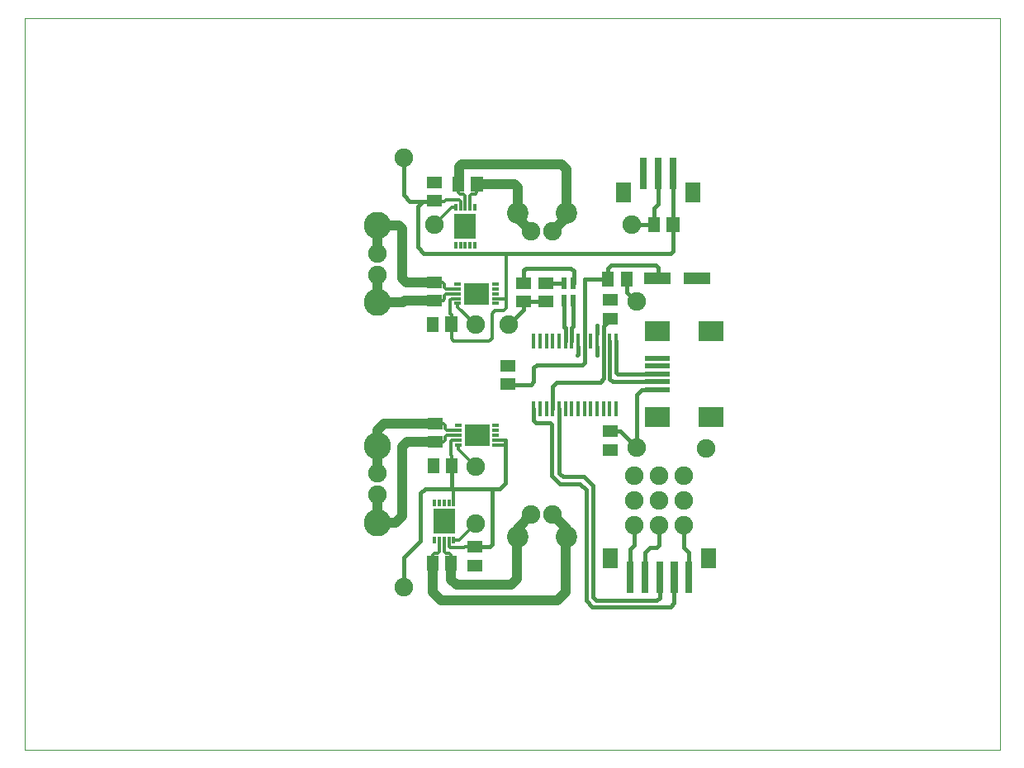
<source format=gbr>
%FSLAX34Y34*%
%MOMM*%
%LNCOPPER_TOP*%
G71*
G01*
%ADD10C, 0.002*%
%ADD11R, 0.420X1.650*%
%ADD12R, 1.600X1.300*%
%ADD13R, 1.300X1.600*%
%ADD14R, 2.800X1.300*%
%ADD15C, 2.800*%
%ADD16R, 2.300X2.600*%
%ADD17R, 0.300X0.790*%
%ADD18C, 0.300*%
%ADD19R, 1.500X2.000*%
%ADD20R, 0.800X3.200*%
%ADD21C, 2.200*%
%ADD22R, 2.600X2.300*%
%ADD23R, 0.790X0.300*%
%ADD24C, 1.900*%
%ADD25C, 0.400*%
%ADD26R, 2.500X0.500*%
%ADD27C, 1.000*%
%ADD28R, 0.600X1.200*%
%ADD29R, 2.500X2.000*%
%LPD*%
G54D10*
X0Y750000D02*
X1000000Y750000D01*
X1000000Y0D01*
X0Y0D01*
X0Y750000D01*
X522164Y349190D02*
G54D11*
D03*
X528663Y349190D02*
G54D11*
D03*
X535164Y349190D02*
G54D11*
D03*
X541663Y349190D02*
G54D11*
D03*
X548163Y349190D02*
G54D11*
D03*
X554663Y349190D02*
G54D11*
D03*
X561163Y349190D02*
G54D11*
D03*
X567664Y349190D02*
G54D11*
D03*
X574163Y349190D02*
G54D11*
D03*
X580663Y349190D02*
G54D11*
D03*
X587163Y349190D02*
G54D11*
D03*
X593663Y349190D02*
G54D11*
D03*
X600164Y349190D02*
G54D11*
D03*
X606664Y349190D02*
G54D11*
D03*
X522163Y419190D02*
G54D11*
D03*
X528663Y419190D02*
G54D11*
D03*
X535163Y419190D02*
G54D11*
D03*
X541663Y419190D02*
G54D11*
D03*
X548163Y419190D02*
G54D11*
D03*
X554663Y419190D02*
G54D11*
D03*
X561163Y419190D02*
G54D11*
D03*
X567663Y419190D02*
G54D11*
D03*
X574163Y419190D02*
G54D11*
D03*
X580663Y419190D02*
G54D11*
D03*
X587163Y419190D02*
G54D11*
D03*
X593663Y419190D02*
G54D11*
D03*
X600163Y419190D02*
G54D11*
D03*
X606663Y419190D02*
G54D11*
D03*
X534753Y478415D02*
G54D12*
D03*
X534752Y459415D02*
G54D12*
D03*
X617387Y482867D02*
G54D13*
D03*
X598387Y482867D02*
G54D13*
D03*
X648740Y482992D02*
G54D14*
D03*
X689240Y482992D02*
G54D14*
D03*
X600985Y441945D02*
G54D12*
D03*
X600985Y460945D02*
G54D12*
D03*
X362200Y458800D02*
G54D15*
D03*
X362200Y537800D02*
G54D15*
D03*
X362200Y232300D02*
G54D15*
D03*
X362200Y311300D02*
G54D15*
D03*
X452043Y536577D02*
G54D16*
D03*
X452043Y555776D02*
G54D17*
D03*
X452043Y517377D02*
G54D17*
D03*
X447043Y517377D02*
G54D17*
D03*
X442043Y517377D02*
G54D17*
D03*
X457043Y517377D02*
G54D17*
D03*
X462043Y517376D02*
G54D17*
D03*
X447043Y555776D02*
G54D17*
D03*
X442043Y555776D02*
G54D17*
D03*
X457043Y555776D02*
G54D17*
D03*
X462043Y555776D02*
G54D17*
D03*
X444858Y579832D02*
G54D13*
D03*
G36*
X457358Y587831D02*
X470358Y587832D01*
X470358Y571832D01*
X457358Y571831D01*
X457358Y587831D01*
G37*
G54D18*
X457043Y558976D02*
X457043Y567776D01*
X458743Y569476D01*
X462243Y569476D01*
X463843Y571076D01*
X463843Y583016D01*
X463858Y583032D01*
G54D18*
X452058Y558876D02*
X452058Y567676D01*
X450358Y569376D01*
X446858Y569376D01*
X445258Y570976D01*
X445258Y582916D01*
X445243Y582932D01*
X420457Y581631D02*
G54D12*
D03*
X420457Y562631D02*
G54D12*
D03*
G54D18*
X447043Y555876D02*
X447043Y562191D01*
X445710Y563524D01*
X431810Y563524D01*
X430710Y562424D01*
X420764Y562424D01*
X420458Y562731D01*
X614110Y571140D02*
G54D19*
D03*
X634610Y591140D02*
G54D20*
D03*
X649610Y591139D02*
G54D20*
D03*
X664610Y591140D02*
G54D20*
D03*
X685110Y571140D02*
G54D19*
D03*
X555500Y218600D02*
G54D21*
D03*
X505500Y218600D02*
G54D21*
D03*
X505500Y550100D02*
G54D21*
D03*
X555500Y550100D02*
G54D21*
D03*
X463647Y467533D02*
G54D22*
D03*
X444447Y467533D02*
G54D23*
D03*
X482847Y467533D02*
G54D23*
D03*
X482847Y462533D02*
G54D23*
D03*
X482847Y457533D02*
G54D23*
D03*
X482847Y472533D02*
G54D23*
D03*
X482847Y477533D02*
G54D23*
D03*
X444447Y462533D02*
G54D23*
D03*
X444447Y457533D02*
G54D23*
D03*
X444447Y472533D02*
G54D23*
D03*
X444447Y477533D02*
G54D23*
D03*
X420392Y460348D02*
G54D12*
D03*
X420392Y479348D02*
G54D12*
D03*
G54D18*
X441247Y472533D02*
X432447Y472533D01*
X430747Y474233D01*
X430747Y477733D01*
X429147Y479333D01*
X417207Y479333D01*
X417192Y479348D01*
G54D18*
X441347Y467548D02*
X432547Y467548D01*
X430847Y465848D01*
X430847Y462348D01*
X429247Y460748D01*
X417307Y460748D01*
X417292Y460733D01*
X418592Y435948D02*
G54D13*
D03*
G36*
X431092Y443948D02*
X444092Y443948D01*
X444093Y427948D01*
X431093Y427948D01*
X431092Y443948D01*
G37*
G54D18*
X444347Y462533D02*
X438032Y462533D01*
X436699Y461200D01*
X436699Y447300D01*
X437799Y446200D01*
X437799Y436254D01*
X437493Y435948D01*
X464147Y322534D02*
G54D22*
D03*
X444947Y322534D02*
G54D23*
D03*
X483347Y322534D02*
G54D23*
D03*
X483347Y317534D02*
G54D23*
D03*
X483347Y312534D02*
G54D23*
D03*
X483347Y327534D02*
G54D23*
D03*
X483347Y332534D02*
G54D23*
D03*
X444947Y317534D02*
G54D23*
D03*
X444947Y312534D02*
G54D23*
D03*
X444947Y327534D02*
G54D23*
D03*
X444947Y332534D02*
G54D23*
D03*
X420892Y315349D02*
G54D12*
D03*
X420892Y334349D02*
G54D12*
D03*
G54D18*
X441747Y327534D02*
X432947Y327534D01*
X431247Y329234D01*
X431247Y332734D01*
X429647Y334334D01*
X417707Y334334D01*
X417692Y334349D01*
G54D18*
X441847Y322549D02*
X433047Y322549D01*
X431347Y320849D01*
X431347Y317349D01*
X429747Y315749D01*
X417807Y315749D01*
X417792Y315734D01*
X419093Y290948D02*
G54D13*
D03*
X438093Y290948D02*
G54D13*
D03*
G54D18*
X444847Y317534D02*
X438532Y317534D01*
X437199Y316201D01*
X437199Y302301D01*
X438299Y301201D01*
X438299Y291255D01*
X437993Y290948D01*
X430190Y234138D02*
G54D16*
D03*
X430190Y214938D02*
G54D17*
D03*
X430190Y253338D02*
G54D17*
D03*
X435190Y253338D02*
G54D17*
D03*
X440190Y253338D02*
G54D17*
D03*
X425190Y253338D02*
G54D17*
D03*
X420190Y253338D02*
G54D17*
D03*
X435190Y214938D02*
G54D17*
D03*
X440190Y214938D02*
G54D17*
D03*
X425190Y214938D02*
G54D17*
D03*
X420190Y214938D02*
G54D17*
D03*
X437375Y190882D02*
G54D13*
D03*
X418375Y190883D02*
G54D13*
D03*
G54D18*
X425190Y211738D02*
X425190Y202938D01*
X423490Y201238D01*
X419990Y201238D01*
X418390Y199638D01*
X418390Y187698D01*
X418375Y187683D01*
G54D18*
X430175Y211838D02*
X430175Y203038D01*
X431875Y201338D01*
X435375Y201338D01*
X436975Y199738D01*
X436975Y187798D01*
X436990Y187783D01*
X461775Y189083D02*
G54D12*
D03*
X461775Y208083D02*
G54D12*
D03*
G54D18*
X435190Y214838D02*
X435190Y208523D01*
X436523Y207190D01*
X450423Y207190D01*
X451523Y208290D01*
X461469Y208290D01*
X461775Y207983D01*
X676400Y280699D02*
G54D24*
D03*
X676400Y255300D02*
G54D24*
D03*
X651000Y280699D02*
G54D24*
D03*
X651000Y255300D02*
G54D24*
D03*
X701590Y196638D02*
G54D19*
D03*
X681090Y176638D02*
G54D20*
D03*
G36*
X662089Y192638D02*
X670089Y192638D01*
X670090Y160638D01*
X662090Y160638D01*
X662089Y192638D01*
G37*
X651090Y176638D02*
G54D20*
D03*
X600590Y196638D02*
G54D19*
D03*
X621090Y176638D02*
G54D20*
D03*
X636090Y176638D02*
G54D20*
D03*
X625600Y280699D02*
G54D24*
D03*
X625600Y255300D02*
G54D24*
D03*
X698700Y308600D02*
G54D24*
D03*
X676400Y229900D02*
G54D24*
D03*
X651000Y229900D02*
G54D24*
D03*
X625600Y229900D02*
G54D24*
D03*
G54D25*
X681090Y176638D02*
X681090Y202259D01*
X676275Y207074D01*
X676275Y229774D01*
X676400Y229900D01*
G54D25*
X636090Y176638D02*
X636090Y201814D01*
X641350Y207074D01*
X647700Y207074D01*
X650875Y210250D01*
X650875Y229774D01*
X651000Y229900D01*
G54D25*
X621090Y176638D02*
X621090Y205864D01*
X625475Y210250D01*
X625475Y229774D01*
X625600Y229900D01*
X649200Y369158D02*
G54D26*
D03*
X649200Y377158D02*
G54D26*
D03*
X649200Y385158D02*
G54D26*
D03*
X649200Y393158D02*
G54D26*
D03*
X649200Y401158D02*
G54D26*
D03*
G54D27*
X505500Y550100D02*
X505500Y576500D01*
X502200Y579800D01*
X463890Y579800D01*
X463858Y579832D01*
G54D27*
X555500Y550100D02*
X555500Y595000D01*
X550700Y599800D01*
X448200Y599800D01*
X445700Y597300D01*
X445700Y580674D01*
X444858Y579832D01*
G54D27*
X362200Y301300D02*
X362200Y327800D01*
X368700Y334300D01*
X422843Y334300D01*
X422892Y334349D01*
G54D27*
X437375Y190882D02*
X437375Y174625D01*
X443200Y168800D01*
X498700Y168800D01*
X505200Y175300D01*
X505200Y218300D01*
X505500Y218600D01*
G54D27*
X418375Y190883D02*
X418375Y161625D01*
X426700Y153300D01*
X546700Y153300D01*
X555200Y161800D01*
X555200Y218300D01*
X555500Y218600D01*
X420610Y538640D02*
G54D24*
D03*
X462610Y435640D02*
G54D24*
D03*
X462610Y231640D02*
G54D24*
D03*
X462610Y290640D02*
G54D24*
D03*
G54D18*
X442043Y555776D02*
X437747Y555776D01*
X420610Y538640D01*
G54D18*
X444447Y457533D02*
X444447Y453802D01*
X462610Y435640D01*
G54D18*
X444947Y312534D02*
X444947Y308302D01*
X462610Y290640D01*
G54D18*
X440190Y214938D02*
X445908Y214938D01*
X462610Y231640D01*
X645892Y538348D02*
G54D13*
D03*
G36*
X658392Y546348D02*
X671392Y546348D01*
X671392Y530348D01*
X658392Y530348D01*
X658392Y546348D01*
G37*
X622610Y538640D02*
G54D24*
D03*
G54D25*
X622610Y538640D02*
X645201Y538640D01*
X645892Y537948D01*
G54D25*
X645892Y538348D02*
X645892Y555692D01*
X649500Y559300D01*
X649500Y591030D01*
X649610Y591140D01*
G54D18*
X440190Y253338D02*
X440190Y267790D01*
G54D18*
X482847Y462533D02*
X493667Y462533D01*
X493700Y462500D01*
G54D18*
X483347Y317534D02*
X493666Y317534D01*
X493700Y317500D01*
G54D18*
X483347Y312534D02*
X493466Y312534D01*
X493700Y312500D01*
G54D25*
X548163Y349190D02*
X548163Y283837D01*
X552100Y279900D01*
X573500Y279900D01*
X582900Y270500D01*
X582900Y156500D01*
X586100Y153300D01*
X648500Y153300D01*
X651100Y155900D01*
X651100Y176628D01*
X651090Y176638D01*
G54D25*
X600163Y419190D02*
X600163Y380236D01*
X603300Y377100D01*
X654142Y377100D01*
X654200Y377158D01*
G54D25*
X606663Y419190D02*
X606663Y386537D01*
X608100Y385100D01*
X654142Y385100D01*
X654200Y385158D01*
X601053Y326516D02*
G54D12*
D03*
X601053Y307516D02*
G54D12*
D03*
X628100Y460000D02*
G54D24*
D03*
G54D25*
X598387Y482867D02*
X598387Y493786D01*
X601700Y497100D01*
X647300Y497100D01*
X650100Y494300D01*
X650100Y484352D01*
X648740Y482992D01*
G54D25*
X598387Y482867D02*
X577804Y482867D01*
X574353Y482816D01*
G54D25*
X574153Y482816D02*
X574153Y419201D01*
X574163Y419190D01*
G54D25*
X664610Y591140D02*
X664610Y538630D01*
X664892Y538348D01*
X664892Y511492D01*
X662100Y508700D01*
X409700Y508700D01*
X403300Y515100D01*
X403300Y557100D01*
X408500Y562300D01*
X420126Y562300D01*
X420457Y562631D01*
X628100Y309600D02*
G54D24*
D03*
G54D25*
X617387Y482867D02*
X617387Y469314D01*
X627100Y459600D01*
G54D25*
X601053Y326516D02*
X611184Y326516D01*
X628100Y309600D01*
G54D25*
X628100Y309600D02*
X628100Y364100D01*
X633100Y369100D01*
X654142Y369100D01*
X654200Y369158D01*
G54D18*
X493667Y462533D02*
X493667Y507467D01*
X493700Y507500D01*
X495753Y374715D02*
G54D12*
D03*
X495754Y393715D02*
G54D12*
D03*
G54D25*
X461775Y208083D02*
X476683Y208083D01*
X479300Y210700D01*
X479300Y267500D01*
G54D25*
X593663Y419190D02*
X593663Y380464D01*
X590100Y376900D01*
X545900Y376900D01*
X541500Y372500D01*
X541500Y349354D01*
X541663Y349190D01*
G54D25*
X593663Y419190D02*
X593663Y434623D01*
X600985Y441945D01*
X511753Y478415D02*
G54D12*
D03*
X511752Y459415D02*
G54D12*
D03*
G54D25*
X574163Y420690D02*
X574163Y396664D01*
X572300Y394800D01*
X525300Y394800D01*
X522100Y391600D01*
X522100Y377200D01*
X519300Y374400D01*
X496068Y374400D01*
X495753Y374715D01*
X553450Y460050D02*
G54D28*
D03*
X562950Y460050D02*
G54D28*
D03*
X553450Y478050D02*
G54D28*
D03*
X562950Y478050D02*
G54D28*
D03*
G54D25*
X567700Y412800D02*
X567700Y405300D01*
X567200Y404800D01*
G54D25*
X534753Y478415D02*
X552815Y478415D01*
X553450Y479050D01*
G54D25*
X511753Y478415D02*
X511753Y491352D01*
X514200Y493800D01*
X560200Y493800D01*
X563200Y490800D01*
X563200Y478300D01*
X562950Y478050D01*
G54D25*
X562950Y460050D02*
X562950Y434550D01*
X561200Y432800D01*
X561200Y419227D01*
X561163Y419190D01*
G54D25*
X553450Y460050D02*
X553450Y433550D01*
X554700Y432300D01*
X554700Y419227D01*
X554663Y419190D01*
G54D25*
X587200Y412800D02*
X587200Y405300D01*
X586700Y404800D01*
G54D25*
X587200Y426800D02*
X587200Y434300D01*
X586700Y434800D01*
X496110Y435640D02*
G54D24*
D03*
G54D25*
X511752Y459415D02*
X511752Y451282D01*
X496110Y435640D01*
G54D25*
X511752Y459415D02*
X534752Y459415D01*
X389200Y607300D02*
G54D24*
D03*
X389200Y166300D02*
G54D24*
D03*
G54D25*
X408500Y562300D02*
X395200Y562300D01*
X388700Y568800D01*
X388700Y606800D01*
X389200Y607300D01*
X362200Y537800D02*
G54D24*
D03*
X362200Y508800D02*
G54D24*
D03*
X362200Y458800D02*
G54D24*
D03*
X362200Y486800D02*
G54D24*
D03*
X362200Y283300D02*
G54D24*
D03*
X362200Y261300D02*
G54D24*
D03*
X541200Y240800D02*
G54D24*
D03*
X519200Y240800D02*
G54D24*
D03*
X541200Y531800D02*
G54D24*
D03*
X519200Y531800D02*
G54D24*
D03*
G54D27*
X362200Y232300D02*
X380200Y232300D01*
X387200Y239300D01*
X387200Y310300D01*
X392700Y315800D01*
X418441Y315800D01*
X418892Y315349D01*
G54D27*
X362200Y537800D02*
X362200Y508800D01*
G54D27*
X362200Y458800D02*
X362200Y486800D01*
G54D27*
X505500Y550100D02*
X505500Y545500D01*
X519200Y531800D01*
G54D27*
X555500Y550100D02*
X555500Y546100D01*
X541200Y531800D01*
G54D27*
X362200Y311300D02*
X362200Y283300D01*
G54D27*
X362200Y261300D02*
X362200Y232300D01*
G54D27*
X505500Y218600D02*
X505500Y227100D01*
X519200Y240800D01*
G54D27*
X555500Y218600D02*
X555500Y226500D01*
X541200Y240800D01*
G54D25*
X389200Y166300D02*
X389200Y197300D01*
X405700Y213800D01*
X405700Y262800D01*
X410700Y267800D01*
X440190Y267790D01*
X479010Y267790D01*
X479300Y267500D01*
X487400Y267500D01*
X493200Y273300D01*
X493200Y317000D01*
X493200Y295000D01*
G54D25*
X438093Y290948D02*
X438093Y268693D01*
X437700Y268300D01*
G54D25*
X522164Y349190D02*
X522164Y337336D01*
X524200Y335300D01*
X538700Y335300D01*
X540700Y333300D01*
X540700Y280800D01*
X548700Y272800D01*
X569700Y272800D01*
X575700Y266800D01*
X575700Y152800D01*
X582200Y146300D01*
X662200Y146300D01*
X666200Y150300D01*
X666200Y176528D01*
X666090Y176638D01*
G54D18*
X493667Y462533D02*
X493667Y452767D01*
X491200Y450300D01*
X482200Y450300D01*
X479200Y447300D01*
X479200Y421800D01*
X476200Y418800D01*
X440200Y418800D01*
X437700Y421300D01*
X437700Y435840D01*
X437592Y435948D01*
G54D27*
X362200Y537800D02*
X384200Y537800D01*
X387700Y534300D01*
X387700Y483300D01*
X391700Y479300D01*
X420344Y479300D01*
X420392Y479348D01*
G54D27*
X362200Y458800D02*
X388200Y458800D01*
X389700Y460300D01*
X420344Y460300D01*
X420392Y460348D01*
X649200Y341158D02*
G54D29*
D03*
X649200Y429158D02*
G54D29*
D03*
X704200Y341158D02*
G54D29*
D03*
X704200Y429158D02*
G54D29*
D03*
M02*

</source>
